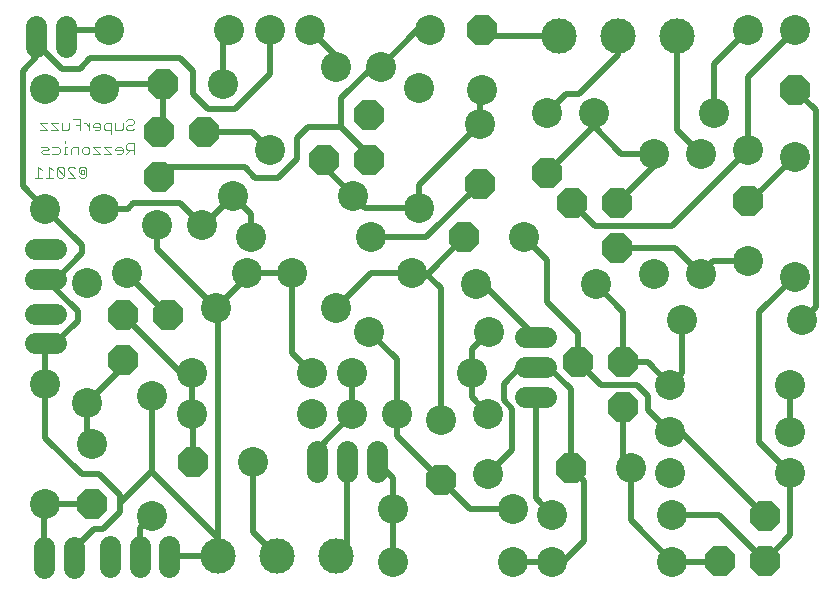
<source format=gbl>
G75*
G70*
%OFA0B0*%
%FSLAX24Y24*%
%IPPOS*%
%LPD*%
%AMOC8*
5,1,8,0,0,1.08239X$1,22.5*
%
%ADD10C,0.0030*%
%ADD11C,0.1000*%
%ADD12OC8,0.1000*%
%ADD13C,0.1181*%
%ADD14C,0.0700*%
%ADD15C,0.0200*%
D10*
X004938Y018159D02*
X005185Y018159D01*
X005306Y018159D02*
X005553Y018159D01*
X005430Y018159D02*
X005430Y018529D01*
X005553Y018406D01*
X005675Y018468D02*
X005921Y018221D01*
X005860Y018159D01*
X005736Y018159D01*
X005675Y018221D01*
X005675Y018468D01*
X005736Y018529D01*
X005860Y018529D01*
X005921Y018468D01*
X005921Y018221D01*
X006043Y018159D02*
X006290Y018159D01*
X006043Y018406D01*
X006043Y018468D01*
X006105Y018529D01*
X006228Y018529D01*
X006290Y018468D01*
X006411Y018468D02*
X006411Y018344D01*
X006473Y018282D01*
X006473Y018406D01*
X006596Y018406D01*
X006596Y018282D01*
X006473Y018282D01*
X006411Y018221D02*
X006473Y018159D01*
X006596Y018159D01*
X006658Y018221D01*
X006658Y018468D01*
X006596Y018529D01*
X006473Y018529D01*
X006411Y018468D01*
X006391Y018946D02*
X006391Y019193D01*
X006206Y019193D01*
X006144Y019131D01*
X006144Y018946D01*
X006023Y018946D02*
X005900Y018946D01*
X005961Y018946D02*
X005961Y019193D01*
X006023Y019193D01*
X005961Y019317D02*
X005961Y019378D01*
X005716Y019193D02*
X005777Y019131D01*
X005777Y019008D01*
X005716Y018946D01*
X005531Y018946D01*
X005409Y018946D02*
X005224Y018946D01*
X005162Y019008D01*
X005224Y019070D01*
X005347Y019070D01*
X005409Y019131D01*
X005347Y019193D01*
X005162Y019193D01*
X005531Y019193D02*
X005716Y019193D01*
X005716Y019734D02*
X005469Y019734D01*
X005348Y019734D02*
X005101Y019734D01*
X005101Y019981D02*
X005348Y019734D01*
X005348Y019981D02*
X005101Y019981D01*
X005469Y019981D02*
X005716Y019734D01*
X005838Y019734D02*
X005838Y019981D01*
X005716Y019981D02*
X005469Y019981D01*
X005838Y019734D02*
X006023Y019734D01*
X006084Y019795D01*
X006084Y019981D01*
X006206Y020104D02*
X006453Y020104D01*
X006453Y019734D01*
X006453Y019919D02*
X006329Y019919D01*
X006574Y019981D02*
X006636Y019981D01*
X006760Y019857D01*
X006881Y019857D02*
X007128Y019857D01*
X007128Y019795D02*
X007128Y019919D01*
X007066Y019981D01*
X006943Y019981D01*
X006881Y019919D01*
X006881Y019857D01*
X006943Y019734D02*
X007066Y019734D01*
X007128Y019795D01*
X007249Y019795D02*
X007311Y019734D01*
X007496Y019734D01*
X007618Y019734D02*
X007618Y019981D01*
X007496Y019981D02*
X007311Y019981D01*
X007249Y019919D01*
X007249Y019795D01*
X007496Y019610D02*
X007496Y019981D01*
X007618Y019734D02*
X007803Y019734D01*
X007865Y019795D01*
X007865Y019981D01*
X007986Y020042D02*
X008048Y020104D01*
X008171Y020104D01*
X008233Y020042D01*
X008233Y019981D01*
X008171Y019919D01*
X008048Y019919D01*
X007986Y019857D01*
X007986Y019795D01*
X008048Y019734D01*
X008171Y019734D01*
X008233Y019795D01*
X008233Y019317D02*
X008048Y019317D01*
X007986Y019255D01*
X007986Y019131D01*
X008048Y019070D01*
X008233Y019070D01*
X008109Y019070D02*
X007986Y018946D01*
X007865Y019008D02*
X007865Y019131D01*
X007803Y019193D01*
X007679Y019193D01*
X007618Y019131D01*
X007618Y019070D01*
X007865Y019070D01*
X007865Y019008D02*
X007803Y018946D01*
X007679Y018946D01*
X007496Y018946D02*
X007249Y018946D01*
X007128Y018946D02*
X006881Y018946D01*
X006760Y019008D02*
X006698Y018946D01*
X006574Y018946D01*
X006513Y019008D01*
X006513Y019131D01*
X006574Y019193D01*
X006698Y019193D01*
X006760Y019131D01*
X006760Y019008D01*
X006881Y019193D02*
X007128Y018946D01*
X007128Y019193D02*
X006881Y019193D01*
X007249Y019193D02*
X007496Y018946D01*
X007496Y019193D02*
X007249Y019193D01*
X006760Y019734D02*
X006760Y019981D01*
X008233Y019317D02*
X008233Y018946D01*
X005185Y018406D02*
X005061Y018529D01*
X005061Y018159D01*
D11*
X005295Y017128D03*
X007264Y017128D03*
X009020Y016569D03*
X010520Y016569D03*
X011563Y017553D03*
X012153Y016175D03*
X012020Y014994D03*
X013531Y014994D03*
X014972Y013813D03*
X016090Y013026D03*
X015500Y011648D03*
X014185Y011648D03*
X014185Y010270D03*
X015516Y010270D03*
X017016Y010270D03*
X018484Y010089D03*
X020059Y010286D03*
X019500Y011648D03*
X020090Y013026D03*
X019634Y014601D03*
X021256Y016175D03*
X023634Y014601D03*
X025571Y014963D03*
X027146Y014963D03*
X028720Y015372D03*
X030268Y014857D03*
X030523Y013420D03*
X030130Y011254D03*
X030130Y009679D03*
X030130Y008301D03*
X026130Y008301D03*
X024799Y008498D03*
X026130Y009679D03*
X026130Y011254D03*
X026523Y013420D03*
X027146Y018963D03*
X028720Y019097D03*
X030268Y018857D03*
X027571Y020309D03*
X025571Y018963D03*
X023571Y020309D03*
X022027Y020325D03*
X019862Y021081D03*
X019772Y019951D03*
X017740Y021159D03*
X016480Y021864D03*
X014980Y021864D03*
X014122Y023065D03*
X012775Y023097D03*
X011429Y023065D03*
X011216Y021294D03*
X012775Y019097D03*
X015563Y017553D03*
X016153Y016175D03*
X017531Y014994D03*
X017740Y017159D03*
X010972Y013813D03*
X010185Y011648D03*
X008838Y010892D03*
X010185Y010270D03*
X012201Y008695D03*
X008838Y006892D03*
X006838Y009290D03*
X006673Y010632D03*
X005295Y011286D03*
X006673Y014632D03*
X008020Y014994D03*
X007264Y021128D03*
X005295Y021128D03*
X007429Y023065D03*
X018122Y023065D03*
X028720Y023097D03*
X030295Y023081D03*
X020059Y008286D03*
X020878Y007120D03*
X022193Y006923D03*
X022193Y005349D03*
X020878Y005349D03*
X016878Y005349D03*
X016878Y007120D03*
X026193Y006923D03*
X026193Y005349D03*
X005295Y007286D03*
D12*
X006838Y007290D03*
X010201Y008695D03*
X007892Y012079D03*
X007892Y013579D03*
X009392Y013579D03*
X009073Y018181D03*
X009073Y019681D03*
X010573Y019681D03*
X009216Y021294D03*
X014585Y018759D03*
X016085Y018759D03*
X016085Y020259D03*
X019772Y017951D03*
X019256Y016175D03*
X022027Y018325D03*
X022852Y017319D03*
X024352Y017319D03*
X024352Y015819D03*
X024549Y012004D03*
X023049Y012004D03*
X024549Y010504D03*
X022799Y008498D03*
X018484Y008089D03*
X027773Y005386D03*
X029273Y005386D03*
X029273Y006886D03*
X028720Y017372D03*
X030295Y021081D03*
X019862Y023081D03*
D13*
X022421Y022868D03*
X024390Y022868D03*
X026358Y022868D03*
X014992Y005534D03*
X013023Y005534D03*
X011055Y005534D03*
D14*
X005232Y005836D02*
X005232Y005136D01*
X006232Y005136D02*
X006232Y005836D01*
X007460Y005896D02*
X007460Y005196D01*
X008445Y005196D02*
X008445Y005896D01*
X009429Y005896D02*
X009429Y005196D01*
X014335Y008345D02*
X014335Y009045D01*
X015335Y009045D02*
X015335Y008345D01*
X016335Y008345D02*
X016335Y009045D01*
X021284Y010845D02*
X021984Y010845D01*
X021984Y011845D02*
X021284Y011845D01*
X021284Y012845D02*
X021984Y012845D01*
X005992Y022518D02*
X005992Y023218D01*
X004992Y023218D02*
X004992Y022518D01*
X004945Y015782D02*
X005645Y015782D01*
X005645Y014797D02*
X004945Y014797D01*
X004945Y013616D02*
X005645Y013616D01*
X005645Y012632D02*
X004945Y012632D01*
D15*
X005295Y012632D02*
X005605Y012632D01*
X006367Y013394D01*
X006367Y013725D01*
X005295Y014797D01*
X005670Y014797D01*
X006507Y015634D01*
X006507Y015916D01*
X005295Y017128D01*
X004547Y017876D01*
X004547Y021724D01*
X004992Y022169D01*
X004992Y022634D01*
X005832Y021794D01*
X006437Y021794D01*
X006787Y022144D01*
X009797Y022144D01*
X010217Y021724D01*
X010217Y020954D01*
X010707Y020464D01*
X011617Y020464D01*
X012775Y021623D01*
X012775Y023097D01*
X011429Y023065D02*
X011216Y022853D01*
X011216Y021294D01*
X010573Y019681D02*
X012191Y019681D01*
X012775Y019097D01*
X011941Y018504D02*
X009396Y018504D01*
X009073Y018181D01*
X009774Y017314D02*
X008231Y017314D01*
X008045Y017128D01*
X007264Y017128D01*
X009020Y016569D02*
X009020Y015766D01*
X010972Y013813D01*
X011055Y013731D01*
X011055Y005534D01*
X009441Y005534D01*
X009429Y005546D01*
X008445Y005546D02*
X008445Y006498D01*
X008838Y006892D01*
X007767Y007024D02*
X007207Y006464D01*
X006927Y006464D01*
X006232Y005769D01*
X006232Y005486D01*
X005232Y005486D02*
X005232Y007223D01*
X005295Y007286D01*
X005299Y007290D01*
X006838Y007290D01*
X007767Y007304D02*
X007767Y007024D01*
X007767Y007304D02*
X007767Y007584D01*
X007067Y008284D01*
X006507Y008284D01*
X005295Y009496D01*
X005295Y011286D01*
X005295Y012632D01*
X006673Y010632D02*
X006673Y009455D01*
X006838Y009290D01*
X006673Y010632D02*
X007892Y011851D01*
X007892Y012079D01*
X008838Y010892D02*
X008838Y008376D01*
X007767Y007304D01*
X008857Y008354D02*
X008857Y010873D01*
X008838Y010892D01*
X009823Y011648D02*
X010185Y011648D01*
X010185Y010270D01*
X010201Y010254D01*
X010201Y008695D01*
X008857Y008354D02*
X011055Y006157D01*
X011055Y005534D01*
X012201Y006357D02*
X013023Y005534D01*
X012201Y006357D02*
X012201Y008695D01*
X014335Y008695D02*
X014335Y009089D01*
X015516Y010270D01*
X015516Y011632D01*
X015500Y011648D01*
X014185Y011648D02*
X013531Y012301D01*
X013531Y014994D01*
X012020Y014994D01*
X012020Y014860D01*
X010972Y013813D01*
X009392Y013579D02*
X008020Y014951D01*
X008020Y014994D01*
X007892Y013579D02*
X009823Y011648D01*
X012153Y016175D02*
X012153Y016963D01*
X011563Y017553D01*
X010579Y016569D01*
X010520Y016569D01*
X009774Y017314D01*
X011941Y018504D02*
X012291Y018154D01*
X013061Y018154D01*
X013691Y018784D01*
X013691Y019484D01*
X014041Y019834D01*
X015161Y019834D01*
X015161Y020814D01*
X016211Y021864D01*
X016480Y021864D01*
X017681Y023065D01*
X018122Y023065D01*
X019862Y023081D02*
X020075Y022868D01*
X022421Y022868D01*
X024390Y022868D02*
X024390Y022247D01*
X023097Y020954D01*
X022657Y020954D01*
X022027Y020325D01*
X023571Y020309D02*
X023571Y019868D01*
X024476Y018963D01*
X025571Y018963D01*
X025571Y018538D01*
X024352Y017319D01*
X023617Y016554D02*
X022852Y017319D01*
X023617Y016554D02*
X026178Y016554D01*
X028720Y019097D01*
X028720Y021506D01*
X030295Y023081D01*
X028720Y023097D02*
X027571Y021947D01*
X027571Y020309D01*
X026358Y019750D02*
X027146Y018963D01*
X026358Y019750D02*
X026358Y022868D01*
X026358Y022943D01*
X023571Y019868D02*
X022027Y018325D01*
X019772Y017951D02*
X017996Y016175D01*
X016153Y016175D01*
X015957Y017159D02*
X017740Y017159D01*
X017740Y017920D01*
X019772Y019951D01*
X019772Y020990D01*
X019862Y021081D01*
X016027Y018969D02*
X015161Y019834D01*
X014585Y018759D02*
X014585Y018532D01*
X015563Y017553D01*
X015957Y017159D01*
X016085Y018759D02*
X016027Y018969D01*
X014980Y021864D02*
X014980Y022207D01*
X014122Y023065D01*
X009216Y021294D02*
X009216Y019825D01*
X009073Y019681D01*
X009216Y021294D02*
X007429Y021294D01*
X007264Y021128D01*
X005295Y021128D01*
X004992Y022634D02*
X004992Y022868D01*
X005992Y022868D02*
X006189Y023065D01*
X007429Y023065D01*
X016153Y014994D02*
X014972Y013813D01*
X016090Y013026D02*
X017016Y012101D01*
X017016Y010270D01*
X017016Y009557D01*
X018484Y008089D01*
X019453Y007120D01*
X020878Y007120D01*
X021634Y007483D02*
X022193Y006923D01*
X021634Y007483D02*
X021634Y010845D01*
X020857Y010454D02*
X020577Y010734D01*
X020577Y011294D01*
X021127Y011845D01*
X021634Y011845D01*
X022057Y011845D01*
X022799Y011103D01*
X022799Y008498D01*
X023237Y008060D01*
X023237Y006044D01*
X022541Y005349D01*
X022193Y005349D01*
X020878Y005349D01*
X020059Y008286D02*
X020857Y009084D01*
X020857Y010454D01*
X020059Y010286D02*
X019500Y010845D01*
X019500Y011648D01*
X019500Y012435D01*
X020090Y013026D01*
X021634Y012845D02*
X019878Y014601D01*
X019634Y014601D01*
X018484Y014471D02*
X017961Y014994D01*
X018075Y014994D01*
X019256Y016175D01*
X017961Y014994D02*
X017531Y014994D01*
X016153Y014994D01*
X018484Y014471D02*
X018484Y010089D01*
X016878Y008152D02*
X016878Y007120D01*
X016878Y005349D01*
X015335Y005876D02*
X014992Y005534D01*
X015335Y005876D02*
X015335Y008695D01*
X016335Y008695D02*
X016878Y008152D01*
X023049Y012004D02*
X023049Y012996D01*
X022021Y014024D01*
X022021Y015410D01*
X021256Y016175D01*
X023634Y014601D02*
X024549Y013685D01*
X024549Y012004D01*
X025380Y012004D01*
X026130Y011254D01*
X026523Y011648D01*
X026523Y013420D01*
X027146Y014963D02*
X026289Y015819D01*
X024352Y015819D01*
X027146Y014963D02*
X027555Y015372D01*
X028720Y015372D01*
X030268Y014857D02*
X029091Y013680D01*
X029091Y009340D01*
X030130Y008301D01*
X030130Y006242D01*
X029273Y005386D01*
X027736Y006923D01*
X026193Y006923D01*
X024799Y006742D02*
X026193Y005349D01*
X027736Y005349D01*
X027773Y005386D01*
X029273Y006886D02*
X026480Y009679D01*
X026130Y009679D01*
X025381Y010428D01*
X025381Y010874D01*
X025001Y011254D01*
X023799Y011254D01*
X023049Y012004D01*
X024549Y010504D02*
X024549Y008748D01*
X024799Y008498D01*
X024799Y006742D01*
X030130Y009679D02*
X030130Y011254D01*
X030523Y013420D02*
X030967Y013863D01*
X030967Y020409D01*
X030295Y021081D01*
X030268Y018857D02*
X028783Y017372D01*
X028720Y017372D01*
M02*

</source>
